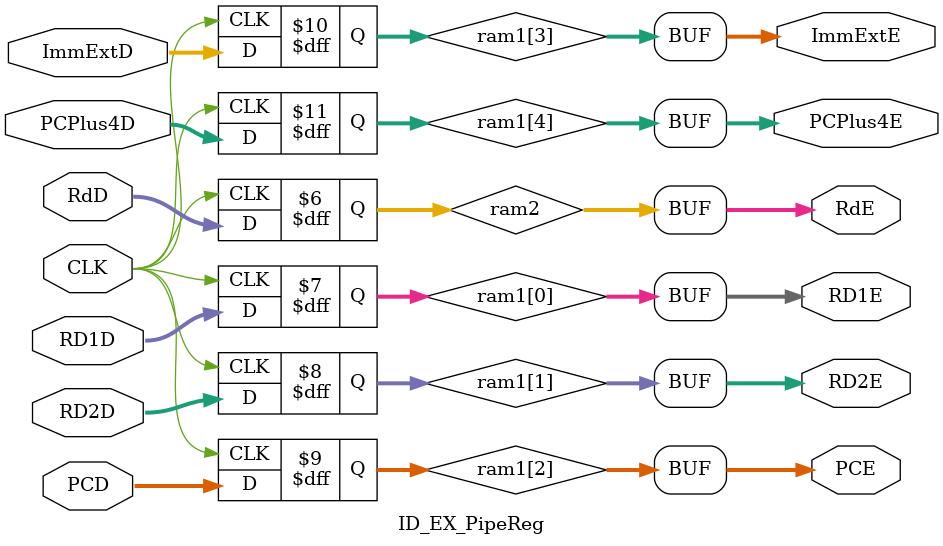
<source format=sv>
`timescale 1ns / 1ps


module ID_EX_PipeReg(
    input CLK,
    input [31:0] RD1D,
    input [31:0] RD2D,
    input [31:0] PCD,
    input [11:7] RdD,
    input [31:0] ImmExtD,
    input [31:0] PCPlus4D,
    output [31:0] RD1E,
    output [31:0] RD2E,
    output [31:0] PCE,
    output [11:7] RdE,
    output [31:0] ImmExtE,
    output [31:0] PCPlus4E
    );
    
    reg [31:0] ram1 [4:0];
    reg [11:7] ram2;
    
    initial begin
        int i;
        for (i = 0; i < 5; i = i + 1) begin
            ram1[i]=0;
        end
        ram2 = 0;
    end
    
    assign RD1E = ram1[0];
    assign RD2E = ram1[1];
    assign PCE = ram1[2];
    assign RdE = ram2;
    assign ImmExtE = ram1[3];
    assign PCPlus4E = ram1[4];
    
    always @ (posedge CLK) begin
        ram1[0] <= RD1D;
        ram1[1] <= RD2D;
        ram1[2] <= PCD;
        ram1[3] <= ImmExtD;
        ram1[4] <= PCPlus4D;
        ram2 <= RdD;
    end
    
endmodule

</source>
